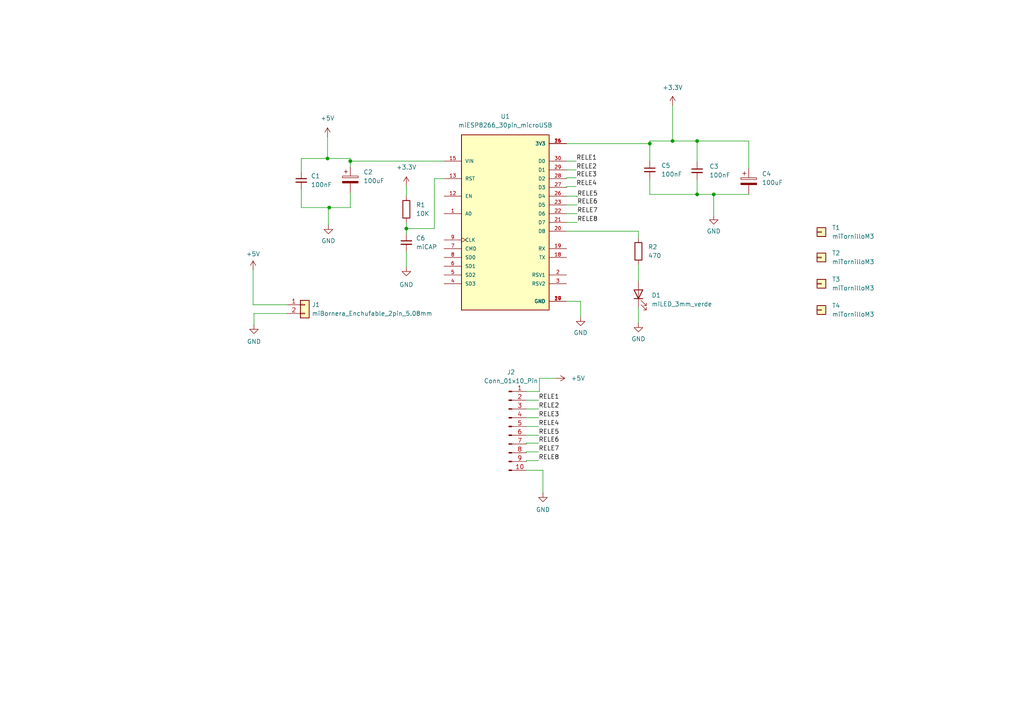
<source format=kicad_sch>
(kicad_sch (version 20250114) (generator "eeschema") (generator_version "9.0")
  (paper "A4")
  (lib_symbols
    (symbol "Connector:Conn_01x10_Pin" (pin_names (offset 1.016) (hide yes))
      (property "Reference" "J" (at 0 12.7 0))
      (property "Value" "Conn_01x10_Pin" (at 0 -15.24 0))
      (symbol "Conn_01x10_Pin_1_1"
        (rectangle (start 0.8636 10.287) (end 0 10.033) (stroke (width 0.1524)) (fill (type outline)))
        (rectangle (start 0.8636 7.747) (end 0 7.493) (stroke (width 0.1524)) (fill (type outline)))
        (rectangle (start 0.8636 5.207) (end 0 4.953) (stroke (width 0.1524)) (fill (type outline)))
        (rectangle (start 0.8636 2.667) (end 0 2.413) (stroke (width 0.1524)) (fill (type outline)))
        (rectangle (start 0.8636 0.127) (end 0 -0.127) (stroke (width 0.1524)) (fill (type outline)))
        (rectangle (start 0.8636 -2.413) (end 0 -2.667) (stroke (width 0.1524)) (fill (type outline)))
        (rectangle (start 0.8636 -4.953) (end 0 -5.207) (stroke (width 0.1524)) (fill (type outline)))
        (rectangle (start 0.8636 -7.493) (end 0 -7.747) (stroke (width 0.1524)) (fill (type outline)))
        (rectangle (start 0.8636 -10.033) (end 0 -10.287) (stroke (width 0.1524)) (fill (type outline)))
        (rectangle (start 0.8636 -12.573) (end 0 -12.827) (stroke (width 0.1524)) (fill (type outline)))
        (polyline (pts (xy 1.27 10.16) (xy 0.8636 10.16)) (stroke (width 0.1524)))
        (polyline (pts (xy 1.27 7.62) (xy 0.8636 7.62)) (stroke (width 0.1524)))
        (polyline (pts (xy 1.27 5.08) (xy 0.8636 5.08)) (stroke (width 0.1524)))
        (polyline (pts (xy 1.27 2.54) (xy 0.8636 2.54)) (stroke (width 0.1524)))
        (polyline (pts (xy 1.27 0) (xy 0.8636 0)) (stroke (width 0.1524)))
        (polyline (pts (xy 1.27 -2.54) (xy 0.8636 -2.54)) (stroke (width 0.1524)))
        (polyline (pts (xy 1.27 -5.08) (xy 0.8636 -5.08)) (stroke (width 0.1524)))
        (polyline (pts (xy 1.27 -7.62) (xy 0.8636 -7.62)) (stroke (width 0.1524)))
        (polyline (pts (xy 1.27 -10.16) (xy 0.8636 -10.16)) (stroke (width 0.1524)))
        (polyline (pts (xy 1.27 -12.7) (xy 0.8636 -12.7)) (stroke (width 0.1524)))
        (pin passive line (at 5.08 10.16 180) (length 3.81) (name "Pin_1") (number "1"))
        (pin passive line (at 5.08 7.62 180) (length 3.81) (name "Pin_2") (number "2"))
        (pin passive line (at 5.08 5.08 180) (length 3.81) (name "Pin_3") (number "3"))
        (pin passive line (at 5.08 2.54 180) (length 3.81) (name "Pin_4") (number "4"))
        (pin passive line (at 5.08 0 180) (length 3.81) (name "Pin_5") (number "5"))
        (pin passive line (at 5.08 -2.54 180) (length 3.81) (name "Pin_6") (number "6"))
        (pin passive line (at 5.08 -5.08 180) (length 3.81) (name "Pin_7") (number "7"))
        (pin passive line (at 5.08 -7.62 180) (length 3.81) (name "Pin_8") (number "8"))
        (pin passive line (at 5.08 -10.16 180) (length 3.81) (name "Pin_9") (number "9"))
        (pin passive line (at 5.08 -12.7 180) (length 3.81) (name "Pin_10") (number "10"))
      )
    )
    (symbol "miBornera:miBornera_Enchufable_2pin_5.08mm" (pin_names (offset 1.016) (hide yes))
      (property "Reference" "J" (at 0 2.54 0))
      (property "Value" "miBornera_Enchufable_2pin_5.08mm" (at 0 -5.08 0))
      (symbol "miBornera_Enchufable_2pin_5.08mm_1_1"
        (rectangle (start -1.27 1.27) (end 1.27 -3.81) (stroke (width 0.254)) (fill (type background)))
        (rectangle (start -1.27 0.127) (end 0 -0.127) (stroke (width 0.1524)))
        (rectangle (start -1.27 -2.413) (end 0 -2.667) (stroke (width 0.1524)))
        (pin passive line (at -5.08 0 0) (length 3.81) (name "Pin_1") (number "1"))
        (pin passive line (at -5.08 -2.54 0) (length 3.81) (name "Pin_2") (number "2"))
      )
    )
    (symbol "miCapacitor_THT:miCAP_lenteja_p4mm" (pin_numbers (hide yes)) (pin_names (offset 0.254) (hide yes))
      (property "Reference" "C" (at 0.254 1.778 0))
      (property "Value" "miCAP" (at 0.254 -2.032 0))
      (symbol "miCAP_lenteja_p4mm_0_1"
        (polyline (pts (xy -1.524 0.508) (xy 1.524 0.508)) (stroke (width 0.3048)))
        (polyline (pts (xy -1.524 -0.508) (xy 1.524 -0.508)) (stroke (width 0.3302)))
      )
      (symbol "miCAP_lenteja_p4mm_1_1"
        (pin passive line (at 0 2.54 270) (length 2.032) (name "~") (number "1"))
        (pin passive line (at 0 -2.54 90) (length 2.032) (name "~") (number "2"))
      )
    )
    (symbol "miCapacitor_THT:miCP_vertical_p2.5mm" (pin_numbers (hide yes)) (pin_names (offset 0.254))
      (property "Reference" "C" (at 0.635 2.54 0))
      (property "Value" "miCP" (at 0.635 -2.54 0))
      (symbol "miCP_vertical_p2.5mm_0_1"
        (rectangle (start -2.286 0.508) (end 2.286 1.016))
        (polyline (pts (xy -1.778 2.286) (xy -0.762 2.286)))
        (polyline (pts (xy -1.27 2.794) (xy -1.27 1.778)))
        (rectangle (start 2.286 -0.508) (end -2.286 -1.016) (fill (type outline)))
      )
      (symbol "miCP_vertical_p2.5mm_1_1"
        (pin passive line (at 0 3.81 270) (length 2.794) (name "~") (number "1"))
        (pin passive line (at 0 -3.81 90) (length 2.794) (name "~") (number "2"))
      )
    )
    (symbol "miESPx:miESP8266_30pin_microUSB" (pin_names (offset 1.016))
      (property "Reference" "U" (at -12.7 26.035 0))
      (property "Value" "miESP8266_30pin_microUSB" (at -12.7 -27.94 0))
      (symbol "miESP8266_30pin_microUSB_0_0"
        (rectangle (start -12.7 -25.4) (end 12.7 25.4) (stroke (width 0.254)) (fill (type background)))
        (pin input line (at -17.78 17.78 0) (length 5.08) (name "VIN") (number "15"))
        (pin input line (at -17.78 12.7 0) (length 5.08) (name "RST") (number "13"))
        (pin input line (at -17.78 7.62 0) (length 5.08) (name "EN") (number "12"))
        (pin input line (at -17.78 2.54 0) (length 5.08) (name "A0") (number "1"))
        (pin input clock (at -17.78 -5.08 0) (length 5.08) (name "CLK") (number "9"))
        (pin input line (at -17.78 -7.62 0) (length 5.08) (name "CMD") (number "7"))
        (pin bidirectional line (at -17.78 -10.16 0) (length 5.08) (name "SD0") (number "8"))
        (pin bidirectional line (at -17.78 -12.7 0) (length 5.08) (name "SD1") (number "6"))
        (pin bidirectional line (at -17.78 -15.24 0) (length 5.08) (name "SD2") (number "5"))
        (pin bidirectional line (at -17.78 -17.78 0) (length 5.08) (name "SD3") (number "4"))
        (pin power_in line (at 17.78 22.86 180) (length 5.08) (name "3V3") (number "11"))
        (pin power_in line (at 17.78 22.86 180) (length 5.08) (name "3V3") (number "16"))
        (pin power_in line (at 17.78 22.86 180) (length 5.08) (name "3V3") (number "25"))
        (pin bidirectional line (at 17.78 17.78 180) (length 5.08) (name "D0") (number "30"))
        (pin bidirectional line (at 17.78 15.24 180) (length 5.08) (name "D1") (number "29"))
        (pin bidirectional line (at 17.78 12.7 180) (length 5.08) (name "D2") (number "28"))
        (pin bidirectional line (at 17.78 10.16 180) (length 5.08) (name "D3") (number "27"))
        (pin bidirectional line (at 17.78 7.62 180) (length 5.08) (name "D4") (number "26"))
        (pin bidirectional line (at 17.78 5.08 180) (length 5.08) (name "D5") (number "23"))
        (pin bidirectional line (at 17.78 2.54 180) (length 5.08) (name "D6") (number "22"))
        (pin bidirectional line (at 17.78 0 180) (length 5.08) (name "D7") (number "21"))
        (pin bidirectional line (at 17.78 -2.54 180) (length 5.08) (name "D8") (number "20"))
        (pin bidirectional line (at 17.78 -7.62 180) (length 5.08) (name "RX") (number "19"))
        (pin bidirectional line (at 17.78 -10.16 180) (length 5.08) (name "TX") (number "18"))
        (pin passive line (at 17.78 -15.24 180) (length 5.08) (name "RSV1") (number "2"))
        (pin passive line (at 17.78 -17.78 180) (length 5.08) (name "RSV2") (number "3"))
        (pin power_in line (at 17.78 -22.86 180) (length 5.08) (name "GND") (number "10"))
        (pin power_in line (at 17.78 -22.86 180) (length 5.08) (name "GND") (number "14"))
        (pin power_in line (at 17.78 -22.86 180) (length 5.08) (name "GND") (number "17"))
        (pin power_in line (at 17.78 -22.86 180) (length 5.08) (name "GND") (number "24"))
      )
    )
    (symbol "miLED:miLED_3mm_verde" (pin_numbers (hide yes)) (pin_names (offset 1.016) (hide yes))
      (property "Reference" "D" (at 0 2.54 0))
      (property "Value" "miLED_3mm_verde" (at 0 -2.54 0))
      (symbol "miLED_3mm_verde_0_1"
        (polyline (pts (xy -3.048 -0.762) (xy -4.572 -2.286) (xy -3.81 -2.286) (xy -4.572 -2.286) (xy -4.572 -1.524)))
        (polyline (pts (xy -1.778 -0.762) (xy -3.302 -2.286) (xy -2.54 -2.286) (xy -3.302 -2.286) (xy -3.302 -1.524)))
        (polyline (pts (xy -1.27 0) (xy 1.27 0)))
        (polyline (pts (xy -1.27 -1.27) (xy -1.27 1.27)) (stroke (width 0.254)))
        (polyline (pts (xy 1.27 -1.27) (xy 1.27 1.27) (xy -1.27 0) (xy 1.27 -1.27)) (stroke (width 0.254)))
      )
      (symbol "miLED_3mm_verde_1_1"
        (pin passive line (at -3.81 0 0) (length 2.54) (name "K") (number "1"))
        (pin passive line (at 3.81 0 180) (length 2.54) (name "A") (number "2"))
      )
    )
    (symbol "miResistor_THT:miRES_0.25W_D1.6mm_P2.54mm_Vertical" (pin_numbers (hide yes)) (pin_names (offset 0))
      (property "Reference" "R" (at 2.032 0 90))
      (property "Value" "miRES" (at -2.794 -0.254 90))
      (symbol "miRES_0.25W_D1.6mm_P2.54mm_Vertical_0_1"
        (rectangle (start -1.016 -2.54) (end 1.016 2.54) (stroke (width 0.254)))
      )
      (symbol "miRES_0.25W_D1.6mm_P2.54mm_Vertical_1_1"
        (pin passive line (at 0 3.81 270) (length 1.27) (name "~") (number "1"))
        (pin passive line (at 0 -3.81 90) (length 1.27) (name "~") (number "2"))
      )
    )
    (symbol "misTornillos:miTornilloM3" (pin_names (offset 1.016) (hide yes))
      (property "Reference" "T" (at 0 2.54 0))
      (property "Value" "miTornilloM3" (at 0.508 -3.048 0))
      (symbol "miTornilloM3_1_1"
        (rectangle (start -1.27 1.27) (end 1.27 -1.27) (stroke (width 0.254)) (fill (type background)))
        (rectangle (start -1.27 0.127) (end 0 -0.127) (stroke (width 0.1524)))
      )
    )
    (symbol "power:+3.3V" (power) (pin_numbers (hide yes)) (pin_names (offset 0) (hide yes))
      (property "Value" "+3.3V" (at 0 3.556 0))
      (symbol "+3.3V_0_1"
        (polyline (pts (xy -0.762 1.27) (xy 0 2.54)))
        (polyline (pts (xy 0 2.54) (xy 0.762 1.27)))
        (polyline (pts (xy 0 0) (xy 0 2.54)))
      )
      (symbol "+3.3V_1_1"
        (pin power_in line (at 0 0 90) (length 0) (name "~") (number "1"))
      )
    )
    (symbol "power:+5V" (power) (pin_numbers (hide yes)) (pin_names (offset 0) (hide yes))
      (property "Value" "+5V" (at 0 3.556 0))
      (symbol "+5V_0_1"
        (polyline (pts (xy -0.762 1.27) (xy 0 2.54)))
        (polyline (pts (xy 0 2.54) (xy 0.762 1.27)))
        (polyline (pts (xy 0 0) (xy 0 2.54)))
      )
      (symbol "+5V_1_1"
        (pin power_in line (at 0 0 90) (length 0) (name "~") (number "1"))
      )
    )
    (symbol "power:GND" (power) (pin_numbers (hide yes)) (pin_names (offset 0) (hide yes))
      (property "Value" "GND" (at 0 -3.81 0))
      (symbol "GND_0_1"
        (polyline (pts (xy 0 0) (xy 0 -1.27) (xy 1.27 -1.27) (xy 0 -2.54) (xy -1.27 -1.27) (xy 0 -1.27)))
      )
      (symbol "GND_1_1"
        (pin power_in line (at 0 0 270) (length 0) (name "~") (number "1"))
      )
    )
  )
  (junction (at 188.468 41.656))
  (junction (at 195.072 40.894))
  (junction (at 94.996 45.974))
  (junction (at 117.856 66.294))
  (junction (at 95.504 60.198))
  (junction (at 207.01 56.388))
  (junction (at 101.6 46.736))
  (junction (at 202.184 40.894))
  (junction (at 202.184 56.388))
  (wire (pts (xy 156.464 109.728) (xy 156.464 113.538)))
  (wire (pts (xy 217.17 40.894) (xy 217.17 48.768)))
  (wire (pts (xy 164.338 59.436) (xy 167.386 59.436)))
  (wire (pts (xy 117.856 66.294) (xy 117.856 67.818)))
  (wire (pts (xy 157.48 143.002) (xy 157.48 136.398)))
  (wire (pts (xy 101.6 46.736) (xy 128.778 46.736)))
  (wire (pts (xy 152.654 131.064) (xy 152.654 131.318)))
  (wire (pts (xy 168.402 87.376) (xy 168.402 91.948)))
  (wire (pts (xy 94.996 45.974) (xy 101.6 45.974)))
  (wire (pts (xy 95.25 65.278) (xy 95.25 60.452)))
  (wire (pts (xy 95.504 60.198) (xy 101.6 60.198)))
  (wire (pts (xy 101.6 48.26) (xy 101.6 46.736)))
  (wire (pts (xy 164.338 41.656) (xy 188.468 41.656)))
  (wire (pts (xy 73.66 94.234) (xy 73.66 90.932)))
  (wire (pts (xy 87.376 54.864) (xy 87.376 60.198)))
  (wire (pts (xy 94.996 39.624) (xy 94.996 45.974)))
  (wire (pts (xy 188.468 41.656) (xy 188.468 46.736)))
  (wire (pts (xy 167.132 51.562) (xy 164.338 51.562)))
  (wire (pts (xy 156.464 109.728) (xy 161.29 109.728)))
  (wire (pts (xy 188.468 41.656) (xy 188.468 40.894)))
  (wire (pts (xy 164.338 54.102) (xy 164.338 54.356)))
  (wire (pts (xy 185.166 89.154) (xy 185.166 93.726)))
  (wire (pts (xy 188.468 56.388) (xy 202.184 56.388)))
  (wire (pts (xy 73.66 90.932) (xy 83.312 90.932)))
  (wire (pts (xy 101.6 60.198) (xy 101.6 55.88)))
  (wire (pts (xy 164.338 67.056) (xy 185.166 67.056)))
  (wire (pts (xy 156.21 131.064) (xy 152.654 131.064)))
  (wire (pts (xy 195.072 40.894) (xy 202.184 40.894)))
  (wire (pts (xy 117.856 53.848) (xy 117.856 56.896)))
  (wire (pts (xy 73.406 88.392) (xy 83.312 88.392)))
  (wire (pts (xy 152.654 123.698) (xy 156.21 123.698)))
  (wire (pts (xy 152.654 118.618) (xy 156.21 118.618)))
  (wire (pts (xy 128.778 51.816) (xy 125.984 51.816)))
  (wire (pts (xy 156.464 113.538) (xy 152.654 113.538)))
  (wire (pts (xy 152.654 116.078) (xy 156.21 116.078)))
  (wire (pts (xy 188.468 40.894) (xy 195.072 40.894)))
  (wire (pts (xy 73.406 78.232) (xy 73.406 88.392)))
  (wire (pts (xy 164.338 64.516) (xy 167.386 64.516)))
  (wire (pts (xy 152.654 133.604) (xy 152.654 133.858)))
  (wire (pts (xy 95.25 60.452) (xy 95.504 60.452)))
  (wire (pts (xy 101.6 46.736) (xy 101.6 45.974)))
  (wire (pts (xy 195.072 30.48) (xy 195.072 40.894)))
  (wire (pts (xy 185.166 76.708) (xy 185.166 81.534)))
  (wire (pts (xy 152.654 121.158) (xy 156.21 121.158)))
  (wire (pts (xy 167.132 54.102) (xy 164.338 54.102)))
  (wire (pts (xy 207.01 56.388) (xy 207.01 62.484)))
  (wire (pts (xy 87.376 60.198) (xy 95.504 60.198)))
  (wire (pts (xy 167.386 56.896) (xy 167.386 57.15)))
  (wire (pts (xy 87.376 45.974) (xy 94.996 45.974)))
  (wire (pts (xy 156.21 133.604) (xy 152.654 133.604)))
  (wire (pts (xy 152.654 126.238) (xy 156.21 126.238)))
  (wire (pts (xy 152.654 128.524) (xy 152.654 128.778)))
  (wire (pts (xy 202.184 52.07) (xy 202.184 56.388)))
  (wire (pts (xy 156.21 128.524) (xy 152.654 128.524)))
  (wire (pts (xy 164.338 56.896) (xy 167.386 56.896)))
  (wire (pts (xy 164.338 61.976) (xy 167.386 61.976)))
  (wire (pts (xy 164.338 46.736) (xy 167.132 46.736)))
  (wire (pts (xy 87.376 45.974) (xy 87.376 49.784)))
  (wire (pts (xy 202.184 56.388) (xy 207.01 56.388)))
  (wire (pts (xy 125.984 51.816) (xy 125.984 66.294)))
  (wire (pts (xy 188.468 51.816) (xy 188.468 56.388)))
  (wire (pts (xy 202.184 40.894) (xy 217.17 40.894)))
  (wire (pts (xy 125.984 66.294) (xy 117.856 66.294)))
  (wire (pts (xy 157.48 136.398) (xy 152.654 136.398)))
  (wire (pts (xy 95.504 60.452) (xy 95.504 60.198)))
  (wire (pts (xy 164.338 51.562) (xy 164.338 51.816)))
  (wire (pts (xy 164.338 49.276) (xy 167.132 49.276)))
  (wire (pts (xy 117.856 72.898) (xy 117.856 77.47)))
  (wire (pts (xy 117.856 64.516) (xy 117.856 66.294)))
  (wire (pts (xy 207.01 56.388) (xy 217.17 56.388)))
  (wire (pts (xy 185.166 67.056) (xy 185.166 69.088)))
  (wire (pts (xy 202.184 40.894) (xy 202.184 46.99)))
  (wire (pts (xy 164.338 87.376) (xy 168.402 87.376)))
  (label "RELE2" (at 156.21 118.618 0))
  (label "RELE3" (at 167.132 51.562 0))
  (label "RELE5" (at 167.386 57.15 0))
  (label "RELE7" (at 156.21 131.064 0))
  (label "RELE7" (at 167.386 61.976 0))
  (label "RELE6" (at 156.21 128.524 0))
  (label "RELE1" (at 156.21 116.078 0))
  (label "RELE6" (at 167.386 59.436 0))
  (label "RELE4" (at 167.132 54.102 0))
  (label "RELE2" (at 167.132 49.276 0))
  (label "RELE4" (at 156.21 123.698 0))
  (label "RELE8" (at 156.21 133.604 0))
  (label "RELE5" (at 156.21 126.238 0))
  (label "RELE3" (at 156.21 121.158 0))
  (label "RELE8" (at 167.386 64.516 0))
  (label "RELE1" (at 167.132 46.736 0))
  (symbol (lib_id "power:GND") (at 73.66 94.234 0) (unit 1)
    (property "Reference" "#PWR08" (effects (hide yes)))
    (property "Value" "GND" (at 73.66 99.06 0))
    (property "Description" "Power symbol creates a global label with name \"GND\" , ground" (effects (hide yes)))
  )
  (symbol (lib_id "misTornillos:miTornilloM3") (at 238.252 67.31 0) (unit 1)
    (property "Reference" "T1" (at 241.3 66.0399 0) (effects (justify left)))
    (property "Value" "miTornilloM3" (at 241.3 68.5799 0) (effects (justify left)))
    (property "Footprint" "miTornillo:M3" (effects (hide yes)))
  )
  (symbol (lib_id "miCapacitor_THT:miCAP_lenteja_p4mm") (at 117.856 70.358 0) (unit 1)
    (property "Reference" "C6" (at 120.65 69.0942 0) (effects (justify left)))
    (property "Value" "miCAP" (at 120.65 71.6342 0) (effects (justify left)))
    (property "Footprint" "miCapacitor_THT:miCAP_lenteja_p4mm" (effects (hide yes)))
  )
  (symbol (lib_id "miESPx:miESP8266_30pin_microUSB") (at 146.558 64.516 0) (unit 1)
    (property "Reference" "U1" (at 146.558 33.782 0))
    (property "Value" "miESP8266_30pin_microUSB" (at 146.558 36.322 0))
    (property "Footprint" "miESPx:miESP8266_30pin" (effects (hide yes)))
    (property "MF" "YKS" (effects (hide yes)))
    (property "MAXIMUM_PACKAGE_HEIGHT" "N/A" (effects (hide yes)))
    (property "Package" "None" (effects (hide yes)))
    (property "Price" "None" (effects (hide yes)))
    (property "Check_prices" "https://www.snapeda.com/parts/ZC563900/YKS/view-part/?ref=eda" (effects (hide yes)))
    (property "STANDARD" "Manufacturer Recommendations" (effects (hide yes)))
    (property "PARTREV" "1.0" (effects (hide yes)))
    (property "SnapEDA_Link" "https://www.snapeda.com/parts/ZC563900/YKS/view-part/?ref=snap" (effects (hide yes)))
    (property "MP" "ZC563900" (effects (hide yes)))
    (property "Description_1" "\nNodeMcu Lua ESP8266 WIFI Internet of Things Network Development Module Board\n" (effects (hide yes)))
    (property "Availability" "Not in stock" (effects (hide yes)))
    (property "MANUFACTURER" "YKS" (effects (hide yes)))
  )
  (symbol (lib_id "power:+3.3V") (at 195.072 30.48 0) (unit 1)
    (property "Reference" "#PWR01" (effects (hide yes)))
    (property "Value" "+3.3V" (at 195.072 25.4 0))
    (property "Description" "Power symbol creates a global label with name \"+3.3V\"" (effects (hide yes)))
  )
  (symbol (lib_id "Connector:Conn_01x10_Pin") (at 147.574 123.698 0) (unit 1)
    (property "Reference" "J2" (at 148.209 107.95 0))
    (property "Value" "Conn_01x10_Pin" (at 148.209 110.49 0))
    (property "Footprint" "Connector_Molex:Molex_KK-254_AE-6410-10A_1x10_P2.54mm_Vertical" (effects (hide yes)))
    (property "Description" "Generic connector, single row, 01x10, script generated" (effects (hide yes)))
  )
  (symbol (lib_id "power:GND") (at 168.402 91.948 0) (unit 1)
    (property "Reference" "#PWR09" (effects (hide yes)))
    (property "Value" "GND" (at 168.402 96.52 0))
    (property "Description" "Power symbol creates a global label with name \"GND\" , ground" (effects (hide yes)))
  )
  (symbol (lib_id "miCapacitor_THT:miCAP_lenteja_p4mm") (at 188.468 49.276 0) (unit 1)
    (property "Reference" "C5" (at 191.77 48.0122 0) (effects (justify left)))
    (property "Value" "100nF" (at 191.77 50.5522 0) (effects (justify left)))
    (property "Footprint" "miCapacitor_THT:miCAP_lenteja_p4mm" (effects (hide yes)))
  )
  (symbol (lib_id "power:GND") (at 207.01 62.484 0) (unit 1)
    (property "Reference" "#PWR05" (effects (hide yes)))
    (property "Value" "GND" (at 207.01 67.056 0))
    (property "Description" "Power symbol creates a global label with name \"GND\" , ground" (effects (hide yes)))
  )
  (symbol (lib_id "misTornillos:miTornilloM3") (at 238.252 82.296 0) (unit 1)
    (property "Reference" "T3" (at 241.3 81.0259 0) (effects (justify left)))
    (property "Value" "miTornilloM3" (at 241.3 83.5659 0) (effects (justify left)))
    (property "Footprint" "miTornillo:M3" (effects (hide yes)))
  )
  (symbol (lib_id "miCapacitor_THT:miCP_vertical_p2.5mm") (at 217.17 52.578 0) (unit 1)
    (property "Reference" "C4" (at 220.98 50.4189 0) (effects (justify left)))
    (property "Value" "100uF" (at 220.98 52.9589 0) (effects (justify left)))
    (property "Footprint" "miCapacitor_THT:miCP_vertical_D5.0mm_P2.5mm" (effects (hide yes)))
  )
  (symbol (lib_id "misTornillos:miTornilloM3") (at 238.252 89.916 0) (unit 1)
    (property "Reference" "T4" (at 241.3 88.6459 0) (effects (justify left)))
    (property "Value" "miTornilloM3" (at 241.3 91.1859 0) (effects (justify left)))
    (property "Footprint" "miTornillo:M3" (effects (hide yes)))
  )
  (symbol (lib_id "miCapacitor_THT:miCAP_lenteja_p4mm") (at 202.184 49.53 0) (unit 1)
    (property "Reference" "C3" (at 205.74 48.2662 0) (effects (justify left)))
    (property "Value" "100nF" (at 205.74 50.8062 0) (effects (justify left)))
    (property "Footprint" "miCapacitor_THT:miCAP_lenteja_p4mm" (effects (hide yes)))
  )
  (symbol (lib_id "misTornillos:miTornilloM3") (at 238.252 74.676 0) (unit 1)
    (property "Reference" "T2" (at 241.3 73.4059 0) (effects (justify left)))
    (property "Value" "miTornilloM3" (at 241.3 75.9459 0) (effects (justify left)))
    (property "Footprint" "miTornillo:M3" (effects (hide yes)))
  )
  (symbol (lib_id "miCapacitor_THT:miCAP_lenteja_p4mm") (at 87.376 52.324 0) (unit 1)
    (property "Reference" "C1" (at 90.17 51.0602 0) (effects (justify left)))
    (property "Value" "100nF" (at 90.17 53.6002 0) (effects (justify left)))
    (property "Footprint" "miCapacitor_THT:miCAP_lenteja_p4mm" (effects (hide yes)))
  )
  (symbol (lib_id "power:GND") (at 95.25 65.278 0) (unit 1)
    (property "Reference" "#PWR03" (effects (hide yes)))
    (property "Value" "GND" (at 95.25 69.85 0))
    (property "Description" "Power symbol creates a global label with name \"GND\" , ground" (effects (hide yes)))
  )
  (symbol (lib_id "power:+5V") (at 73.406 78.232 0) (unit 1)
    (property "Reference" "#PWR07" (effects (hide yes)))
    (property "Value" "+5V" (at 73.406 73.66 0))
    (property "Description" "Power symbol creates a global label with name \"+5V\"" (effects (hide yes)))
  )
  (symbol (lib_id "miCapacitor_THT:miCP_vertical_p2.5mm") (at 101.6 52.07 0) (unit 1)
    (property "Reference" "C2" (at 105.41 49.9109 0) (effects (justify left)))
    (property "Value" "100uF" (at 105.41 52.4509 0) (effects (justify left)))
    (property "Footprint" "miCapacitor_THT:miCP_vertical_D5.0mm_P2.5mm" (effects (hide yes)))
  )
  (symbol (lib_id "miResistor_THT:miRES_0.25W_D1.6mm_P2.54mm_Vertical") (at 117.856 60.706 0) (unit 1)
    (property "Reference" "R1" (at 120.65 59.4359 0) (effects (justify left)))
    (property "Value" "10K" (at 120.65 61.9759 0) (effects (justify left)))
    (property "Footprint" "miResistor_THT:miRES_0.25W_D1.6mm_P2.54mm_Vertical" (effects (hide yes)))
  )
  (symbol (lib_id "power:+3.3V") (at 117.856 53.848 0) (unit 1)
    (property "Reference" "#PWR04" (effects (hide yes)))
    (property "Value" "+3.3V" (at 117.856 48.514 0))
    (property "Description" "Power symbol creates a global label with name \"+3.3V\"" (effects (hide yes)))
  )
  (symbol (lib_id "power:GND") (at 117.856 77.47 0) (unit 1)
    (property "Reference" "#PWR06" (effects (hide yes)))
    (property "Value" "GND" (at 117.856 82.55 0))
    (property "Description" "Power symbol creates a global label with name \"GND\" , ground" (effects (hide yes)))
  )
  (symbol (lib_id "power:GND") (at 157.48 143.002 0) (unit 1)
    (property "Reference" "#PWR011" (effects (hide yes)))
    (property "Value" "GND" (at 157.48 147.828 0))
    (property "Description" "Power symbol creates a global label with name \"GND\" , ground" (effects (hide yes)))
  )
  (symbol (lib_id "power:+5V") (at 94.996 39.624 0) (unit 1)
    (property "Reference" "#PWR02" (effects (hide yes)))
    (property "Value" "+5V" (at 94.996 34.29 0))
    (property "Description" "Power symbol creates a global label with name \"+5V\"" (effects (hide yes)))
  )
  (symbol (lib_id "power:+5V") (at 161.29 109.728 270) (unit 1)
    (property "Reference" "#PWR012" (effects (hide yes)))
    (property "Value" "+5V" (at 165.608 109.7279 90) (effects (justify left)))
    (property "Description" "Power symbol creates a global label with name \"+5V\"" (effects (hide yes)))
  )
  (symbol (lib_id "power:GND") (at 185.166 93.726 0) (unit 1)
    (property "Reference" "#PWR010" (effects (hide yes)))
    (property "Value" "GND" (at 185.166 98.298 0))
    (property "Description" "Power symbol creates a global label with name \"GND\" , ground" (effects (hide yes)))
  )
  (symbol (lib_id "miLED:miLED_3mm_verde") (at 185.166 85.344 90) (unit 1)
    (property "Reference" "D1" (at 188.976 85.6614 90) (effects (justify right)))
    (property "Value" "miLED_3mm_verde" (at 188.976 88.2014 90) (effects (justify right)))
    (property "Footprint" "miLED:miLED_D3.0mm_verde" (effects (hide yes)))
    (property "Description" "Light emitting diode" (effects (hide yes)))
  )
  (symbol (lib_id "miBornera:miBornera_Enchufable_2pin_5.08mm") (at 88.392 88.392 0) (unit 1)
    (property "Reference" "J1" (at 90.424 88.3919 0) (effects (justify left)))
    (property "Value" "miBornera_Enchufable_2pin_5.08mm" (at 90.424 90.9319 0) (effects (justify left)))
    (property "Footprint" "miBornera:miBornera_enchufable_2pin_p5.08mm" (effects (hide yes)))
    (property "Description" "Generic connector, single row, 01x02, script generated (kicad-library-utils/schlib/autogen/connector/)" (effects (hide yes)))
  )
  (symbol (lib_id "miResistor_THT:miRES_0.25W_D1.6mm_P2.54mm_Vertical") (at 185.166 72.898 0) (unit 1)
    (property "Reference" "R2" (at 187.96 71.6279 0) (effects (justify left)))
    (property "Value" "470" (at 187.96 74.1679 0) (effects (justify left)))
    (property "Footprint" "miResistor_THT:miRES_0.25W_D1.6mm_P2.54mm_Vertical" (effects (hide yes)))
  )
)
</source>
